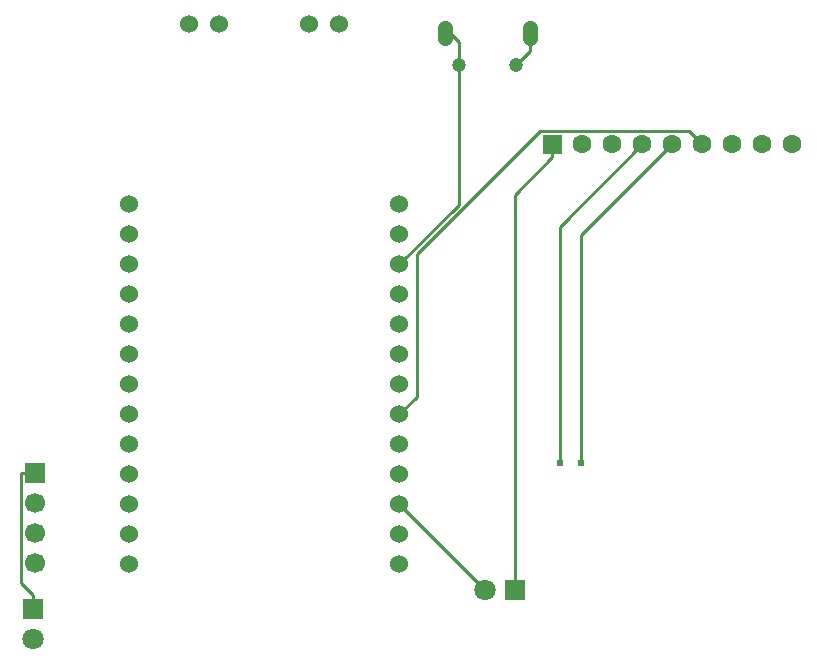
<source format=gbl>
G04 Layer: BottomLayer*
G04 EasyEDA v6.4.20.6, 2021-07-28T11:41:20--4:00*
G04 2421fe4ad3c6477fbea3b4fc35478b58,7db2125e4611476bb2993bf99425ef50,10*
G04 Gerber Generator version 0.2*
G04 Scale: 100 percent, Rotated: No, Reflected: No *
G04 Dimensions in millimeters *
G04 leading zeros omitted , absolute positions ,4 integer and 5 decimal *
%FSLAX45Y45*%
%MOMM*%

%ADD10C,0.2540*%
%ADD11C,0.2600*%
%ADD12C,0.6100*%
%ADD20C,1.6000*%
%ADD21R,1.7000X1.7000*%
%ADD22C,1.7000*%
%ADD23C,1.5240*%
%ADD24C,1.8000*%
%ADD25R,1.8000X1.8000*%
%ADD26C,1.2000*%
%ADD27C,1.3000*%

%LPD*%
D11*
X4851400Y-11874500D02*
G01*
X4127500Y-11150600D01*
X4514850Y-7118858D02*
G01*
X4634229Y-7238237D01*
X4634229Y-7388860D01*
X4127500Y-9118600D02*
G01*
X4634229Y-8611870D01*
X4634229Y-7388860D01*
X1041400Y-10883900D02*
G01*
X927100Y-10883900D01*
X1028700Y-12039600D02*
G01*
X1028700Y-11920474D01*
X1028700Y-11920474D02*
G01*
X927100Y-11818874D01*
X927100Y-10883900D01*
X6692900Y-8102600D02*
G01*
X6579870Y-7989570D01*
X5318506Y-7989570D01*
X4276090Y-9031731D01*
X4276090Y-10240010D01*
X4127500Y-10388600D01*
X6438900Y-8102600D02*
G01*
X5669534Y-8871965D01*
X5669534Y-10797031D01*
X6184900Y-8102600D02*
G01*
X5485891Y-8801608D01*
X5485891Y-10795254D01*
X5422900Y-8102600D02*
G01*
X5422900Y-8211820D01*
X5105400Y-11874500D02*
G01*
X5105400Y-8529320D01*
X5422900Y-8211820D01*
D10*
X5239308Y-7157872D02*
G01*
X5239308Y-7307859D01*
X5119293Y-7427874D01*
G36*
X5342900Y-8022600D02*
G01*
X5502899Y-8022600D01*
X5502899Y-8182599D01*
X5342900Y-8182599D01*
G37*
D20*
G01*
X5676900Y-8102600D03*
G01*
X5930900Y-8102600D03*
G01*
X6184900Y-8102600D03*
G01*
X6438900Y-8102600D03*
G01*
X6692900Y-8102600D03*
G01*
X6946900Y-8102600D03*
G01*
X7200900Y-8102600D03*
G01*
X7454900Y-8102600D03*
D21*
G01*
X1041400Y-10883900D03*
D22*
G01*
X1041400Y-11137900D03*
G01*
X1041400Y-11391900D03*
G01*
X1041400Y-11645900D03*
D23*
G01*
X4127500Y-8610600D03*
G01*
X4127500Y-8864600D03*
G01*
X4127500Y-9118600D03*
G01*
X4127500Y-9372600D03*
G01*
X4127500Y-9626600D03*
G01*
X4127500Y-9880600D03*
G01*
X4127500Y-10134600D03*
G01*
X4127500Y-10388600D03*
G01*
X4127500Y-10642600D03*
G01*
X4127500Y-10896600D03*
G01*
X4127500Y-11150600D03*
G01*
X4127500Y-11404600D03*
G01*
X4127500Y-11658600D03*
G01*
X1841500Y-8610600D03*
G01*
X1841500Y-8864600D03*
G01*
X1841500Y-9118600D03*
G01*
X1841500Y-9372600D03*
G01*
X1841500Y-9626600D03*
G01*
X1841500Y-9880600D03*
G01*
X1841500Y-10134600D03*
G01*
X1841500Y-10388600D03*
G01*
X1841500Y-10642600D03*
G01*
X1841500Y-10896600D03*
G01*
X1841500Y-11150600D03*
G01*
X1841500Y-11404600D03*
G01*
X1841500Y-11658600D03*
G01*
X3619500Y-7086600D03*
G01*
X3365500Y-7086600D03*
G01*
X2603500Y-7086600D03*
G01*
X2349500Y-7086600D03*
D24*
G01*
X1028700Y-12293600D03*
D25*
G01*
X1028700Y-12039600D03*
D24*
G01*
X4851400Y-11874500D03*
D25*
G01*
X5105400Y-11874500D03*
D26*
G01*
X5119293Y-7427874D03*
G01*
X4634306Y-7427874D03*
D12*
G01*
X5485891Y-10795254D03*
G01*
X5669534Y-10797031D03*
D27*
X4514291Y-7202873D02*
G01*
X4514291Y-7112873D01*
X5239308Y-7202873D02*
G01*
X5239308Y-7112873D01*
M02*

</source>
